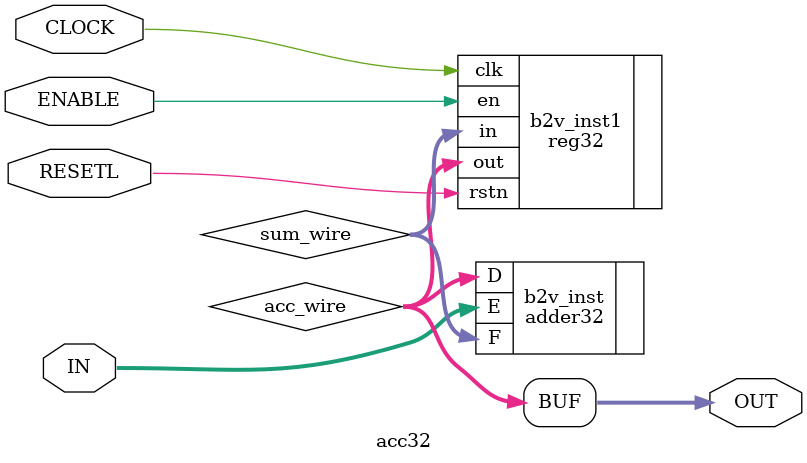
<source format=sv>
module acc32(
	CLOCK,
	RESETL,
	ENABLE,
	IN,
	OUT
);


input wire	CLOCK;
input wire	RESETL;
input wire	ENABLE;
input wire	[21:0] IN;
output wire	[31:0] OUT;

wire	[31:0] acc_wire;
wire	[31:0] sum_wire;

assign	OUT = acc_wire;




adder32	b2v_inst(
	.D(acc_wire),
	.E(IN),
	.F(sum_wire));


reg32	b2v_inst1(
	.clk(CLOCK),
	.rstn(RESETL),
	.en(ENABLE),
	.in(sum_wire),
	.out(acc_wire));


endmodule

</source>
